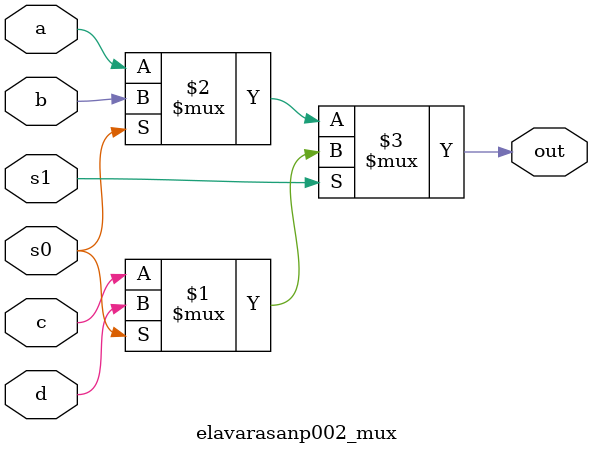
<source format=v>
module elavarasanp002_mux ( input a, 
input b, 
input c, 
input d, 
input s0, s1,
output out); 

 assign out = s1 ? (s0 ? d : c) : (s0 ? b : a); 

endmodule
</source>
